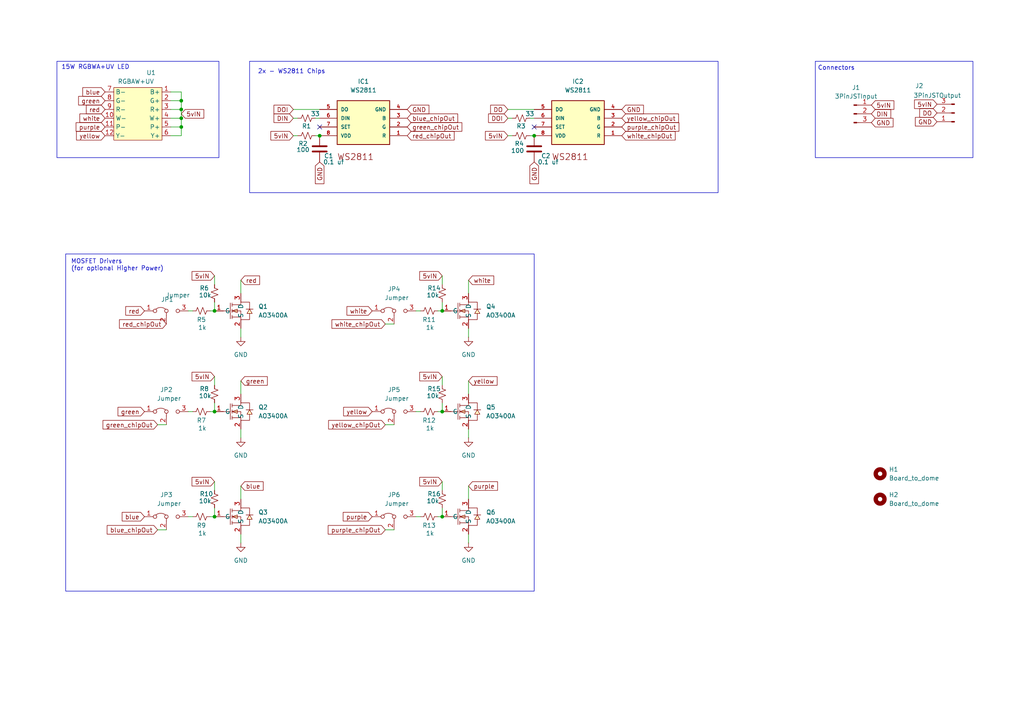
<source format=kicad_sch>
(kicad_sch (version 20231120) (generator "eeschema") (generator_version "8.0")
  (paper "A4")
  (title_block (title "RGBWA+UV WS2811 LED test board") (date "2024-03-31") (rev "A") (company "freakylamps + freaughouse"))
  (lib_symbols
    (symbol "Connector:Conn_01x03_Male" (pin_names (offset 1.016) hide)
      (property "Reference" "J" (at 0 5.08 0))
      (property "Value" "Conn_01x03_Male" (at 0 -5.08 0))
      (symbol "Conn_01x03_Male_1_1"
        (polyline (pts (xy 1.27 -2.54) (xy 0.8636 -2.54)) (stroke (width 0.1524)))
        (polyline (pts (xy 1.27 0) (xy 0.8636 0)) (stroke (width 0.1524)))
        (polyline (pts (xy 1.27 2.54) (xy 0.8636 2.54)) (stroke (width 0.1524)))
        (rectangle (start 0.8636 -2.413) (end 0 -2.667) (stroke (width 0.1524)) (fill (type outline)))
        (rectangle (start 0.8636 0.127) (end 0 -0.127) (stroke (width 0.1524)) (fill (type outline)))
        (rectangle (start 0.8636 2.667) (end 0 2.413) (stroke (width 0.1524)) (fill (type outline)))
        (pin passive line (at 5.08 2.54 180) (length 3.81) (name "Pin_1") (number "1"))
        (pin passive line (at 5.08 0 180) (length 3.81) (name "Pin_2") (number "2"))
        (pin passive line (at 5.08 -2.54 180) (length 3.81) (name "Pin_3") (number "3"))
      )
    )
    (symbol "Device:C" (pin_numbers hide) (pin_names (offset 0.254))
      (property "Reference" "C" (at 0.635 2.54 0))
      (property "Value" "C" (at 0.635 -2.54 0))
      (symbol "C_0_1"
        (polyline (pts (xy -2.032 -0.762) (xy 2.032 -0.762)) (stroke (width 0.508)))
        (polyline (pts (xy -2.032 0.762) (xy 2.032 0.762)) (stroke (width 0.508)))
      )
      (symbol "C_1_1"
        (pin passive line (at 0 3.81 270) (length 2.794) (name "~") (number "1"))
        (pin passive line (at 0 -3.81 90) (length 2.794) (name "~") (number "2"))
      )
    )
    (symbol "Device:R_Small_US" (pin_numbers hide) (pin_names (offset 0.254) hide)
      (property "Reference" "R" (at 0.762 0.508 0))
      (property "Value" "R_Small_US" (at 0.762 -1.016 0))
      (symbol "R_Small_US_1_1"
        (polyline (pts (xy 0 0) (xy 1.016 -0.381) (xy 0 -0.762) (xy -1.016 -1.143) (xy 0 -1.524)))
        (polyline (pts (xy 0 1.524) (xy 1.016 1.143) (xy 0 0.762) (xy -1.016 0.381) (xy 0 0)))
        (pin passive line (at 0 2.54 270) (length 1.016) (name "~") (number "1"))
        (pin passive line (at 0 -2.54 90) (length 1.016) (name "~") (number "2"))
      )
    )
    (symbol "Jumper:Jumper_3_Bridged12" (pin_names (offset 0) hide)
      (property "Reference" "JP" (at -2.54 -2.54 0))
      (property "Value" "Jumper_3_Bridged12" (at 0 2.794 0))
      (symbol "Jumper_3_Bridged12_0_0"
        (circle (center -3.302 0) (radius 0.508))
        (circle (center 0 0) (radius 0.508))
        (circle (center 3.302 0) (radius 0.508))
      )
      (symbol "Jumper_3_Bridged12_0_1"
        (arc (start -0.254 0.508) (mid -1.651 0.9912) (end -3.048 0.508))
        (polyline (pts (xy 0 -1.27) (xy 0 -0.508)))
      )
      (symbol "Jumper_3_Bridged12_1_1"
        (pin passive line (at -6.35 0 0) (length 2.54) (name "A") (number "1"))
        (pin passive line (at 0 -3.81 90) (length 2.54) (name "C") (number "2"))
        (pin passive line (at 6.35 0 180) (length 2.54) (name "B") (number "3"))
      )
    )
    (symbol "Mechanical:MountingHole" (pin_names (offset 1.016))
      (property "Reference" "H" (at 0 5.08 0))
      (property "Value" "MountingHole" (at 0 3.175 0))
      (symbol "MountingHole_0_1"
        (circle (center 0 0) (radius 1.27) (stroke (width 1.27)))
      )
    )
    (symbol "RGBAW+UV_1"
      (property "Reference" "U1" (at 5.7149 15.748 90))
      (property "Value" "RGBAW+UV" (at 8.2549 15.748 90))
      (symbol "RGBAW+UV_1_0_1"
        (rectangle (start -13.97 1.27) (end 0 -13.97) (fill (type background)))
      )
      (symbol "RGBAW+UV_1_1_1"
        (pin input line (at 2.54 0 180) (length 2.54) (name "B+") (number "1"))
        (pin input line (at -16.51 -7.62 0) (length 2.54) (name "W-") (number "10"))
        (pin input line (at -16.51 -10.16 0) (length 2.54) (name "P-") (number "11"))
        (pin input line (at -16.51 -12.7 0) (length 2.54) (name "Y-") (number "12"))
        (pin input line (at 2.54 -2.54 180) (length 2.54) (name "G+") (number "2"))
        (pin input line (at 2.54 -5.08 180) (length 2.54) (name "R+") (number "3"))
        (pin input line (at 2.54 -7.62 180) (length 2.54) (name "W+") (number "4"))
        (pin input line (at 2.54 -10.16 180) (length 2.54) (name "P+") (number "5"))
        (pin input line (at 2.54 -12.7 180) (length 2.54) (name "Y+") (number "6"))
        (pin input line (at -16.51 0 0) (length 2.54) (name "B-") (number "7"))
        (pin input line (at -16.51 -2.54 0) (length 2.54) (name "G-") (number "8"))
        (pin input line (at -16.51 -5.08 0) (length 2.54) (name "R-") (number "9"))
      )
    )
    (symbol "WS2811:WS2811" (pin_names (offset 1.016))
      (property "Reference" "IC" (at -7.62 -7.62 0))
      (property "Value" "WS2811" (at 0 0 0))
      (symbol "WS2811_0_0"
        (rectangle (start -7.62 -5.08) (end 7.62 7.62) (stroke (width 0.254)) (fill (type background)))
        (text "WS2811" (at 7.62 10.16 0) (effects (font (size 1.778 1.778)) (justify right top)))
        (pin open_collector line (at -12.7 5.08 0) (length 5.08) (name "R") (number "1"))
        (pin open_collector line (at -12.7 2.54 0) (length 5.08) (name "G") (number "2"))
        (pin open_collector line (at -12.7 0 0) (length 5.08) (name "B") (number "3"))
        (pin power_in line (at -12.7 -2.54 0) (length 5.08) (name "GND") (number "4"))
        (pin output line (at 12.7 -2.54 180) (length 5.08) (name "DO") (number "5"))
        (pin input line (at 12.7 0 180) (length 5.08) (name "DIN") (number "6"))
        (pin input line (at 12.7 2.54 180) (length 5.08) (name "SET") (number "7"))
        (pin power_in line (at 12.7 5.08 180) (length 5.08) (name "VDD") (number "8"))
      )
    )
    (symbol "easyeda2kicad:AO3400A"
      (property "Reference" "Q" (at 0 10.16 0))
      (property "Value" "AO3400A" (at 0 -10.16 0))
      (symbol "AO3400A_0_1"
        (polyline (pts (xy -2.54 0) (xy -0.51 0)))
        (polyline (pts (xy -0.51 2.29) (xy -0.51 -2.29)))
        (polyline (pts (xy 0 -2.29) (xy 0 -1.27)))
        (polyline (pts (xy 0 -0.51) (xy 0 0.51)))
        (polyline (pts (xy 0 2.29) (xy 0 1.27)))
        (polyline (pts (xy 2.54 -1.78) (xy 0 -1.78)))
        (polyline (pts (xy 0 0) (xy 1.52 -0.51) (xy 1.52 0.51) (xy 0 0)) (fill (type background)))
        (polyline (pts (xy 5.08 0.51) (xy 4.32 -0.76) (xy 5.84 -0.76) (xy 5.08 0.51)) (fill (type background)))
        (polyline (pts (xy 6.1 0.51) (xy 5.59 0.51) (xy 4.57 0.51) (xy 4.06 0.51)))
        (polyline (pts (xy 0 0) (xy 2.54 0) (xy 2.54 -2.54) (xy 5.08 -2.54) (xy 5.08 -0.76)))
        (polyline (pts (xy 0 1.78) (xy 2.54 1.78) (xy 2.54 2.54) (xy 5.08 2.54) (xy 5.08 0.51)))
        (pin unspecified line (at -5.08 0 0) (length 2.54) (name "G") (number "1"))
        (pin unspecified line (at 2.54 -5.08 90) (length 2.54) (name "S") (number "2"))
        (pin unspecified line (at 2.54 5.08 270) (length 2.54) (name "D") (number "3"))
      )
    )
    (symbol "power:GND" (power) (pin_numbers hide) (pin_names (offset 0) hide)
      (property "Value" "GND" (at 0 -3.81 0))
      (symbol "GND_0_1"
        (polyline (pts (xy 0 0) (xy 0 -1.27) (xy 1.27 -1.27) (xy 0 -2.54) (xy -1.27 -1.27) (xy 0 -1.27)))
      )
      (symbol "GND_1_1"
        (pin power_in line (at 0 0 270) (length 0) (name "~") (number "1"))
      )
    )
  )
  (junction (at 52.578 34.29))
  (junction (at 154.94 39.37))
  (junction (at 52.578 29.21))
  (junction (at 92.71 39.37))
  (junction (at 128.27 119.38))
  (junction (at 128.27 149.86))
  (junction (at 52.578 31.75))
  (junction (at 62.23 90.17))
  (junction (at 62.23 119.38))
  (junction (at 128.27 90.17))
  (junction (at 62.23 149.86))
  (junction (at 52.578 36.83))
  (no_connect (at 154.94 36.83))
  (no_connect (at 92.71 36.83))
  (wire (pts (xy 128.27 147.32) (xy 128.27 149.86)))
  (wire (pts (xy 85.09 39.37) (xy 86.36 39.37)))
  (wire (pts (xy 147.32 34.29) (xy 148.59 34.29)))
  (wire (pts (xy 153.67 39.37) (xy 154.94 39.37)))
  (wire (pts (xy 128.27 139.7) (xy 128.27 142.24)))
  (wire (pts (xy 135.89 154.94) (xy 135.89 157.48)))
  (wire (pts (xy 52.578 36.83) (xy 52.578 39.37)))
  (wire (pts (xy 120.65 149.86) (xy 121.92 149.86)))
  (wire (pts (xy 60.96 90.17) (xy 62.23 90.17)))
  (wire (pts (xy 91.44 34.29) (xy 92.71 34.29)))
  (wire (pts (xy 135.89 81.28) (xy 135.89 85.09)))
  (wire (pts (xy 49.53 26.67) (xy 52.578 26.67)))
  (wire (pts (xy 52.578 26.67) (xy 52.578 29.21)))
  (wire (pts (xy 52.578 36.83) (xy 49.53 36.83)))
  (wire (pts (xy 62.23 116.84) (xy 62.23 119.38)))
  (wire (pts (xy 69.85 154.94) (xy 69.85 157.48)))
  (wire (pts (xy 69.85 110.49) (xy 69.85 114.3)))
  (wire (pts (xy 52.578 34.29) (xy 52.578 36.83)))
  (wire (pts (xy 52.578 29.21) (xy 52.578 31.75)))
  (wire (pts (xy 147.32 39.37) (xy 148.59 39.37)))
  (wire (pts (xy 69.85 124.46) (xy 69.85 127)))
  (wire (pts (xy 120.65 119.38) (xy 121.92 119.38)))
  (wire (pts (xy 52.578 31.75) (xy 52.578 34.29)))
  (wire (pts (xy 69.85 81.28) (xy 69.85 85.09)))
  (wire (pts (xy 62.23 147.32) (xy 62.23 149.86)))
  (wire (pts (xy 54.61 119.38) (xy 55.88 119.38)))
  (wire (pts (xy 69.85 140.97) (xy 69.85 144.78)))
  (wire (pts (xy 69.85 95.25) (xy 69.85 97.79)))
  (wire (pts (xy 135.89 95.25) (xy 135.89 97.79)))
  (wire (pts (xy 62.23 80.01) (xy 62.23 82.55)))
  (wire (pts (xy 62.23 87.63) (xy 62.23 90.17)))
  (wire (pts (xy 49.53 29.21) (xy 52.578 29.21)))
  (wire (pts (xy 127 119.38) (xy 128.27 119.38)))
  (wire (pts (xy 85.09 34.29) (xy 86.36 34.29)))
  (wire (pts (xy 52.578 31.75) (xy 49.53 31.75)))
  (wire (pts (xy 60.96 149.86) (xy 62.23 149.86)))
  (wire (pts (xy 54.61 149.86) (xy 55.88 149.86)))
  (wire (pts (xy 111.76 93.98) (xy 114.3 93.98)))
  (wire (pts (xy 127 90.17) (xy 128.27 90.17)))
  (wire (pts (xy 85.09 31.75) (xy 92.71 31.75)))
  (wire (pts (xy 127 149.86) (xy 128.27 149.86)))
  (wire (pts (xy 120.65 90.17) (xy 121.92 90.17)))
  (wire (pts (xy 60.96 119.38) (xy 62.23 119.38)))
  (wire (pts (xy 111.76 123.19) (xy 114.3 123.19)))
  (wire (pts (xy 91.44 39.37) (xy 92.71 39.37)))
  (wire (pts (xy 128.27 87.63) (xy 128.27 90.17)))
  (wire (pts (xy 128.27 80.01) (xy 128.27 82.55)))
  (wire (pts (xy 147.32 31.75) (xy 154.94 31.75)))
  (wire (pts (xy 62.23 109.22) (xy 62.23 111.76)))
  (wire (pts (xy 62.23 139.7) (xy 62.23 142.24)))
  (wire (pts (xy 111.76 153.67) (xy 114.3 153.67)))
  (wire (pts (xy 135.89 140.97) (xy 135.89 144.78)))
  (wire (pts (xy 135.89 110.49) (xy 135.89 114.3)))
  (wire (pts (xy 128.27 116.84) (xy 128.27 119.38)))
  (wire (pts (xy 128.27 109.22) (xy 128.27 111.76)))
  (wire (pts (xy 135.89 124.46) (xy 135.89 127)))
  (wire (pts (xy 45.72 123.19) (xy 48.26 123.19)))
  (wire (pts (xy 153.67 34.29) (xy 154.94 34.29)))
  (wire (pts (xy 54.61 90.17) (xy 55.88 90.17)))
  (wire (pts (xy 45.72 153.67) (xy 48.26 153.67)))
  (wire (pts (xy 52.578 34.29) (xy 49.53 34.29)))
  (wire (pts (xy 49.53 39.37) (xy 52.578 39.37)))
  (rectangle (start 19.05 73.66) (end 154.94 171.45))
  (rectangle (start 16.51 17.78) (end 63.5 45.72))
  (rectangle (start 236.474 17.78) (end 282.194 45.72))
  (rectangle (start 72.39 17.78) (end 208.28 55.88))
  (text "15W RGBWA+UV LED" (at 27.686 19.558 0) (effects (font (size 1.27 1.27))))
  (text "Connectors" (at 242.57 19.812 0) (effects (font (size 1.27 1.27))))
  (text "MOSFET Drivers \n(for optional Higher Power)" (at 20.574 76.962 0) (effects (font (size 1.27 1.27)) (justify left)))
  (text "2x - WS2811 Chips" (at 84.582 20.828 0) (effects (font (size 1.27 1.27))))
  (global_label "5vIN" (shape input) (at 128.27 109.22 180) (property "Intersheetrefs" "${INTERSHEET_REFS}" (effects (hide yes))))
  (global_label "5vIN" (shape input) (at 62.23 80.01 180) (property "Intersheetrefs" "${INTERSHEET_REFS}" (effects (hide yes))))
  (global_label "5vIN" (shape input) (at 271.78 30.226 180) (property "Intersheetrefs" "${INTERSHEET_REFS}" (effects (hide yes))))
  (global_label "5vIN" (shape input) (at 128.27 139.7 180) (property "Intersheetrefs" "${INTERSHEET_REFS}" (effects (hide yes))))
  (global_label "green" (shape input) (at 69.85 110.49 0) (property "Intersheetrefs" "${INTERSHEET_REFS}" (effects (hide yes))))
  (global_label "purple_chipOut" (shape input) (at 111.76 153.67 180) (property "Intersheetrefs" "${INTERSHEET_REFS}" (effects (hide yes))))
  (global_label "DO" (shape input) (at 271.78 32.766 180) (property "Intersheetrefs" "${INTERSHEET_REFS}" (effects (hide yes))))
  (global_label "red" (shape input) (at 69.85 81.28 0) (property "Intersheetrefs" "${INTERSHEET_REFS}" (effects (hide yes))))
  (global_label "GND" (shape input) (at 271.78 35.306 180) (property "Intersheetrefs" "${INTERSHEET_REFS}" (effects (hide yes))))
  (global_label "GND" (shape input) (at 118.11 31.75 0) (property "Intersheetrefs" "${INTERSHEET_REFS}" (effects (hide yes))))
  (global_label "red" (shape input) (at 41.91 90.17 180) (property "Intersheetrefs" "${INTERSHEET_REFS}" (effects (hide yes))))
  (global_label "yellow_chipOut" (shape input) (at 180.34 34.29 0) (property "Intersheetrefs" "${INTERSHEET_REFS}" (effects (hide yes))))
  (global_label "blue_chipOut" (shape input) (at 118.11 34.29 0) (property "Intersheetrefs" "${INTERSHEET_REFS}" (effects (hide yes))))
  (global_label "yellow_chipOut" (shape input) (at 111.76 123.19 180) (property "Intersheetrefs" "${INTERSHEET_REFS}" (effects (hide yes))))
  (global_label "5vIN" (shape input) (at 62.23 109.22 180) (property "Intersheetrefs" "${INTERSHEET_REFS}" (effects (hide yes))))
  (global_label "DO" (shape input) (at 147.32 31.75 180) (property "Intersheetrefs" "${INTERSHEET_REFS}" (effects (hide yes))))
  (global_label "5vIN" (shape input) (at 128.27 80.01 180) (property "Intersheetrefs" "${INTERSHEET_REFS}" (effects (hide yes))))
  (global_label "DIN" (shape input) (at 252.73 33.02 0) (property "Intersheetrefs" "${INTERSHEET_REFS}" (effects (hide yes))))
  (global_label "5vIN" (shape input) (at 147.32 39.37 180) (property "Intersheetrefs" "${INTERSHEET_REFS}" (effects (hide yes))))
  (global_label "5vIN" (shape input) (at 252.73 30.48 0) (property "Intersheetrefs" "${INTERSHEET_REFS}" (effects (hide yes))))
  (global_label "yellow" (shape input) (at 107.95 119.38 180) (property "Intersheetrefs" "${INTERSHEET_REFS}" (effects (hide yes))))
  (global_label "5vIN" (shape input) (at 62.23 139.7 180) (property "Intersheetrefs" "${INTERSHEET_REFS}" (effects (hide yes))))
  (global_label "5vIN" (shape input) (at 52.578 33.02 0) (property "Intersheetrefs" "${INTERSHEET_REFS}" (effects (hide yes))))
  (global_label "red_chipOut" (shape input) (at 118.11 39.37 0) (property "Intersheetrefs" "${INTERSHEET_REFS}" (effects (hide yes))))
  (global_label "green" (shape input) (at 30.48 29.21 180) (property "Intersheetrefs" "${INTERSHEET_REFS}" (effects (hide yes))))
  (global_label "blue" (shape input) (at 30.48 26.67 180) (property "Intersheetrefs" "${INTERSHEET_REFS}" (effects (hide yes))))
  (global_label "yellow" (shape input) (at 30.48 39.37 180) (property "Intersheetrefs" "${INTERSHEET_REFS}" (effects (hide yes))))
  (global_label "white" (shape input) (at 30.48 34.29 180) (property "Intersheetrefs" "${INTERSHEET_REFS}" (effects (hide yes))))
  (global_label "purple" (shape input) (at 107.95 149.86 180) (property "Intersheetrefs" "${INTERSHEET_REFS}" (effects (hide yes))))
  (global_label "blue_chipOut" (shape input) (at 45.72 153.67 180) (property "Intersheetrefs" "${INTERSHEET_REFS}" (effects (hide yes))))
  (global_label "white" (shape input) (at 135.89 81.28 0) (property "Intersheetrefs" "${INTERSHEET_REFS}" (effects (hide yes))))
  (global_label "blue" (shape input) (at 41.91 149.86 180) (property "Intersheetrefs" "${INTERSHEET_REFS}" (effects (hide yes))))
  (global_label "green_chipOut" (shape input) (at 45.72 123.19 180) (property "Intersheetrefs" "${INTERSHEET_REFS}" (effects (hide yes))))
  (global_label "GND" (shape input) (at 154.94 46.99 270) (property "Intersheetrefs" "${INTERSHEET_REFS}" (effects (hide yes))))
  (global_label "DIN" (shape input) (at 85.09 34.29 180) (property "Intersheetrefs" "${INTERSHEET_REFS}" (effects (hide yes))))
  (global_label "white_chipOut" (shape input) (at 111.76 93.98 180) (property "Intersheetrefs" "${INTERSHEET_REFS}" (effects (hide yes))))
  (global_label "red" (shape input) (at 30.48 31.75 180) (property "Intersheetrefs" "${INTERSHEET_REFS}" (effects (hide yes))))
  (global_label "DOI" (shape input) (at 85.09 31.75 180) (property "Intersheetrefs" "${INTERSHEET_REFS}" (effects (hide yes))))
  (global_label "blue" (shape input) (at 69.85 140.97 0) (property "Intersheetrefs" "${INTERSHEET_REFS}" (effects (hide yes))))
  (global_label "5vIN" (shape input) (at 85.09 39.37 180) (property "Intersheetrefs" "${INTERSHEET_REFS}" (effects (hide yes))))
  (global_label "white_chipOut" (shape input) (at 180.34 39.37 0) (property "Intersheetrefs" "${INTERSHEET_REFS}" (effects (hide yes))))
  (global_label "purple" (shape input) (at 30.48 36.83 180) (property "Intersheetrefs" "${INTERSHEET_REFS}" (effects (hide yes))))
  (global_label "purple" (shape input) (at 135.89 140.97 0) (property "Intersheetrefs" "${INTERSHEET_REFS}" (effects (hide yes))))
  (global_label "purple_chipOut" (shape input) (at 180.34 36.83 0) (property "Intersheetrefs" "${INTERSHEET_REFS}" (effects (hide yes))))
  (global_label "red_chipOut" (shape input) (at 48.26 93.98 180) (property "Intersheetrefs" "${INTERSHEET_REFS}" (effects (hide yes))))
  (global_label "white" (shape input) (at 107.95 90.17 180) (property "Intersheetrefs" "${INTERSHEET_REFS}" (effects (hide yes))))
  (global_label "GND" (shape input) (at 92.71 46.99 270) (property "Intersheetrefs" "${INTERSHEET_REFS}" (effects (hide yes))))
  (global_label "yellow" (shape input) (at 135.89 110.49 0) (property "Intersheetrefs" "${INTERSHEET_REFS}" (effects (hide yes))))
  (global_label "GND" (shape input) (at 180.34 31.75 0) (property "Intersheetrefs" "${INTERSHEET_REFS}" (effects (hide yes))))
  (global_label "green_chipOut" (shape input) (at 118.11 36.83 0) (property "Intersheetrefs" "${INTERSHEET_REFS}" (effects (hide yes))))
  (global_label "GND" (shape input) (at 252.73 35.56 0) (property "Intersheetrefs" "${INTERSHEET_REFS}" (effects (hide yes))))
  (global_label "DOI" (shape input) (at 147.32 34.29 180) (property "Intersheetrefs" "${INTERSHEET_REFS}" (effects (hide yes))))
  (global_label "green" (shape input) (at 41.91 119.38 180) (property "Intersheetrefs" "${INTERSHEET_REFS}" (effects (hide yes))))
  (symbol (lib_id "easyeda2kicad:AO3400A") (at 133.35 90.17 0) (unit 1)
    (property "Reference" "Q4" (at 140.97 88.8999 0) (effects (justify left)))
    (property "Value" "AO3400A" (at 140.97 91.4399 0) (effects (justify left)))
    (property "Footprint" "easyeda2kicad:SOT-23-3_L2.9-W1.6-P1.90-LS2.8-BR" (effects (hide yes)))
    (property "Datasheet" "https://lcsc.com/product-detail/MOSFET_AOS_AO3400A_AO3400A_C20917.html" (effects (hide yes)))
    (property "LCSC Part" "C20917" (effects (hide yes)))
  )
  (symbol (lib_id "Jumper:Jumper_3_Bridged12") (at 48.26 149.86 0) (unit 1)
    (property "Reference" "JP3" (at 48.26 143.51 0))
    (property "Value" "Jumper" (at 49.022 146.05 0))
    (property "Footprint" "Connector_PinHeader_2.54mm:PinHeader_1x03_P2.54mm_Vertical" (effects (hide yes)))
    (property "Description" "Jumper, 3-pole, pins 1+2 closed/bridged" (effects (hide yes)))
  )
  (symbol (lib_id "Device:R_Small_US") (at 58.42 119.38 90) (unit 1)
    (property "Reference" "R7" (at 58.42 121.92 90))
    (property "Value" "1k" (at 58.674 124.206 90))
    (property "Footprint" "Resistor_SMD:R_0603_1608Metric" (effects (hide yes)))
    (property "Description" "Resistor, small US symbol" (effects (hide yes)))
  )
  (symbol (lib_id "power:GND") (at 135.89 157.48 0) (unit 1)
    (property "Reference" "#PWR06" (effects (hide yes)))
    (property "Value" "GND" (at 135.89 162.56 0))
    (property "Description" "Power symbol creates a global label with name \"GND\" , ground" (effects (hide yes)))
  )
  (symbol (lib_id "Jumper:Jumper_3_Bridged12") (at 114.3 119.38 0) (unit 1)
    (property "Reference" "JP5" (at 114.3 113.03 0))
    (property "Value" "Jumper" (at 115.062 115.57 0))
    (property "Footprint" "Connector_PinHeader_2.54mm:PinHeader_1x03_P2.54mm_Vertical" (effects (hide yes)))
    (property "Description" "Jumper, 3-pole, pins 1+2 closed/bridged" (effects (hide yes)))
  )
  (symbol (lib_id "Device:R_Small_US") (at 62.23 85.09 0) (unit 1)
    (property "Reference" "R6" (at 57.912 83.566 0) (effects (justify left)))
    (property "Value" "10k" (at 57.658 85.598 0) (effects (justify left)))
    (property "Footprint" "Resistor_SMD:R_0603_1608Metric" (effects (hide yes)))
    (property "Description" "Resistor, small US symbol" (effects (hide yes)))
  )
  (symbol (lib_id "Device:R_Small_US") (at 128.27 85.09 0) (unit 1)
    (property "Reference" "R14" (at 123.952 83.566 0) (effects (justify left)))
    (property "Value" "10k" (at 123.698 85.598 0) (effects (justify left)))
    (property "Footprint" "Resistor_SMD:R_0603_1608Metric" (effects (hide yes)))
    (property "Description" "Resistor, small US symbol" (effects (hide yes)))
  )
  (symbol (lib_id "Device:R_Small_US") (at 124.46 119.38 90) (unit 1)
    (property "Reference" "R12" (at 124.46 121.92 90))
    (property "Value" "1k" (at 124.714 124.206 90))
    (property "Footprint" "Resistor_SMD:R_0603_1608Metric" (effects (hide yes)))
    (property "Description" "Resistor, small US symbol" (effects (hide yes)))
  )
  (symbol (lib_id "Connector:Conn_01x03_Male") (at 276.86 32.766 180) (unit 1)
    (property "Reference" "J2" (at 265.43 24.892 0) (effects (justify right)))
    (property "Value" "3PinJSTOutput" (at 264.922 27.686 0) (effects (justify right)))
    (property "Footprint" "Connector_JST:JST_EH_B3B-EH-A_1x03_P2.50mm_Vertical" (effects (hide yes)))
  )
  (symbol (lib_id "Device:C") (at 92.71 43.18 0) (unit 1)
    (property "Reference" "C1" (at 93.98 45.212 0) (effects (justify left)))
    (property "Value" "0.1 uf" (at 93.726 46.99 0) (effects (justify left)))
    (property "Footprint" "Capacitor_SMD:C_0603_1608Metric" (effects (hide yes)))
  )
  (symbol (lib_id "power:GND") (at 69.85 97.79 0) (unit 1)
    (property "Reference" "#PWR01" (effects (hide yes)))
    (property "Value" "GND" (at 69.85 102.87 0))
    (property "Description" "Power symbol creates a global label with name \"GND\" , ground" (effects (hide yes)))
  )
  (symbol (lib_id "Jumper:Jumper_3_Bridged12") (at 114.3 90.17 0) (unit 1)
    (property "Reference" "JP4" (at 114.3 83.82 0))
    (property "Value" "Jumper" (at 115.062 86.36 0))
    (property "Footprint" "Connector_PinHeader_2.54mm:PinHeader_1x03_P2.54mm_Vertical" (effects (hide yes)))
    (property "Description" "Jumper, 3-pole, pins 1+2 closed/bridged" (effects (hide yes)))
  )
  (symbol (lib_id "easyeda2kicad:AO3400A") (at 133.35 149.86 0) (unit 1)
    (property "Reference" "Q6" (at 140.97 148.5899 0) (effects (justify left)))
    (property "Value" "AO3400A" (at 140.97 151.1299 0) (effects (justify left)))
    (property "Footprint" "easyeda2kicad:SOT-23-3_L2.9-W1.6-P1.90-LS2.8-BR" (effects (hide yes)))
    (property "Datasheet" "https://lcsc.com/product-detail/MOSFET_AOS_AO3400A_AO3400A_C20917.html" (effects (hide yes)))
    (property "LCSC Part" "C20917" (effects (hide yes)))
  )
  (symbol (lib_id "Connector:Conn_01x03_Male") (at 247.65 33.02 0) (unit 1)
    (property "Reference" "J1" (at 248.285 25.4 0))
    (property "Value" "3PinJSTInput" (at 248.285 27.94 0))
    (property "Footprint" "Connector_JST:JST_EH_B3B-EH-A_1x03_P2.50mm_Vertical" (effects (hide yes)))
  )
  (symbol (lib_id "Device:R_Small_US") (at 128.27 114.3 0) (unit 1)
    (property "Reference" "R15" (at 123.952 112.776 0) (effects (justify left)))
    (property "Value" "10k" (at 123.698 114.808 0) (effects (justify left)))
    (property "Footprint" "Resistor_SMD:R_0603_1608Metric" (effects (hide yes)))
    (property "Description" "Resistor, small US symbol" (effects (hide yes)))
  )
  (symbol (lib_id "WS2811:WS2811") (at 105.41 34.29 180) (unit 1)
    (property "Reference" "IC1" (at 105.41 23.622 0))
    (property "Value" "WS2811" (at 105.41 26.162 0))
    (property "Footprint" "WS2811:SO08-SKINNYPADS" (effects (hide yes)))
    (property "Description" "\nIC: driver; LED controller; MSOP8; 6÷7VDC; PWM; WS28XX\n" (effects (hide yes)))
    (property "MF" "Adafruit" (effects (hide yes)))
    (property "Package" "None" (effects (hide yes)))
    (property "Price" "None" (effects (hide yes)))
    (property "SnapEDA_Link" "https://www.snapeda.com/parts/WS2811/Adafruit+Industries/view-part/?ref=snap" (effects (hide yes)))
    (property "MP" "WS2811" (effects (hide yes)))
    (property "Availability" "Not in stock" (effects (hide yes)))
    (property "Check_prices" "https://www.snapeda.com/parts/WS2811/Adafruit+Industries/view-part/?ref=eda" (effects (hide yes)))
  )
  (symbol (lib_id "Device:R_Small_US") (at 88.9 34.29 90) (unit 1)
    (property "Reference" "R1" (at 88.9 36.576 90))
    (property "Value" "33" (at 91.44 33.02 90))
    (property "Footprint" "Resistor_SMD:R_0603_1608Metric" (effects (hide yes)))
    (property "Description" "Resistor, small US symbol" (effects (hide yes)))
  )
  (symbol (lib_id "Device:R_Small_US") (at 124.46 149.86 90) (unit 1)
    (property "Reference" "R13" (at 124.46 152.4 90))
    (property "Value" "1k" (at 124.714 154.686 90))
    (property "Footprint" "Resistor_SMD:R_0603_1608Metric" (effects (hide yes)))
    (property "Description" "Resistor, small US symbol" (effects (hide yes)))
  )
  (symbol (lib_id "Device:R_Small_US") (at 151.13 39.37 90) (unit 1)
    (property "Reference" "R4" (at 150.622 41.656 90))
    (property "Value" "100" (at 150.114 43.688 90))
    (property "Footprint" "Resistor_SMD:R_0603_1608Metric" (effects (hide yes)))
    (property "Description" "Resistor, small US symbol" (effects (hide yes)))
  )
  (symbol (lib_id "easyeda2kicad:AO3400A") (at 67.31 149.86 0) (unit 1)
    (property "Reference" "Q3" (at 74.93 148.5899 0) (effects (justify left)))
    (property "Value" "AO3400A" (at 74.93 151.1299 0) (effects (justify left)))
    (property "Footprint" "easyeda2kicad:SOT-23-3_L2.9-W1.6-P1.90-LS2.8-BR" (effects (hide yes)))
    (property "Datasheet" "https://lcsc.com/product-detail/MOSFET_AOS_AO3400A_AO3400A_C20917.html" (effects (hide yes)))
    (property "LCSC Part" "C20917" (effects (hide yes)))
  )
  (symbol (lib_id "Jumper:Jumper_3_Bridged12") (at 114.3 149.86 0) (unit 1)
    (property "Reference" "JP6" (at 114.3 143.51 0))
    (property "Value" "Jumper" (at 115.062 146.05 0))
    (property "Footprint" "Connector_PinHeader_2.54mm:PinHeader_1x03_P2.54mm_Vertical" (effects (hide yes)))
    (property "Description" "Jumper, 3-pole, pins 1+2 closed/bridged" (effects (hide yes)))
  )
  (symbol (lib_id "Jumper:Jumper_3_Bridged12") (at 48.26 119.38 0) (unit 1)
    (property "Reference" "JP2" (at 48.26 113.03 0))
    (property "Value" "Jumper" (at 49.022 115.57 0))
    (property "Footprint" "Connector_PinHeader_2.54mm:PinHeader_1x03_P2.54mm_Vertical" (effects (hide yes)))
    (property "Description" "Jumper, 3-pole, pins 1+2 closed/bridged" (effects (hide yes)))
  )
  (symbol (lib_id "power:GND") (at 69.85 127 0) (unit 1)
    (property "Reference" "#PWR02" (effects (hide yes)))
    (property "Value" "GND" (at 69.85 132.08 0))
    (property "Description" "Power symbol creates a global label with name \"GND\" , ground" (effects (hide yes)))
  )
  (symbol (lib_id "easyeda2kicad:AO3400A") (at 133.35 119.38 0) (unit 1)
    (property "Reference" "Q5" (at 140.97 118.1099 0) (effects (justify left)))
    (property "Value" "AO3400A" (at 140.97 120.6499 0) (effects (justify left)))
    (property "Footprint" "easyeda2kicad:SOT-23-3_L2.9-W1.6-P1.90-LS2.8-BR" (effects (hide yes)))
    (property "Datasheet" "https://lcsc.com/product-detail/MOSFET_AOS_AO3400A_AO3400A_C20917.html" (effects (hide yes)))
    (property "LCSC Part" "C20917" (effects (hide yes)))
  )
  (symbol (lib_id "power:GND") (at 69.85 157.48 0) (unit 1)
    (property "Reference" "#PWR03" (effects (hide yes)))
    (property "Value" "GND" (at 69.85 162.56 0))
    (property "Description" "Power symbol creates a global label with name \"GND\" , ground" (effects (hide yes)))
  )
  (symbol (lib_id "Mechanical:MountingHole") (at 255.27 137.414 0) (unit 1)
    (property "Reference" "H1" (at 257.81 136.1439 0) (effects (justify left)))
    (property "Value" "Board_to_dome" (at 257.81 138.6839 0) (effects (justify left)))
    (property "Footprint" "MountingHole:MountingHole_2.2mm_M2" (effects (hide yes)))
  )
  (symbol (lib_id "Device:R_Small_US") (at 88.9 39.37 90) (unit 1)
    (property "Reference" "R2" (at 87.884 41.656 90))
    (property "Value" "100" (at 87.884 43.434 90))
    (property "Footprint" "Resistor_SMD:R_0603_1608Metric" (effects (hide yes)))
    (property "Description" "Resistor, small US symbol" (effects (hide yes)))
  )
  (symbol (lib_id "Mechanical:MountingHole") (at 255.27 144.78 0) (unit 1)
    (property "Reference" "H2" (at 257.81 143.5099 0) (effects (justify left)))
    (property "Value" "Board_to_dome" (at 257.81 146.0499 0) (effects (justify left)))
    (property "Footprint" "MountingHole:MountingHole_2.2mm_M2" (effects (hide yes)))
  )
  (symbol (lib_id "Device:R_Small_US") (at 62.23 114.3 0) (unit 1)
    (property "Reference" "R8" (at 57.912 112.776 0) (effects (justify left)))
    (property "Value" "10k" (at 57.658 114.808 0) (effects (justify left)))
    (property "Footprint" "Resistor_SMD:R_0603_1608Metric" (effects (hide yes)))
    (property "Description" "Resistor, small US symbol" (effects (hide yes)))
  )
  (symbol (lib_id "Device:R_Small_US") (at 151.13 34.29 90) (unit 1)
    (property "Reference" "R3" (at 151.13 36.576 90))
    (property "Value" "33" (at 153.67 33.02 90))
    (property "Footprint" "Resistor_SMD:R_0603_1608Metric" (effects (hide yes)))
    (property "Description" "Resistor, small US symbol" (effects (hide yes)))
  )
  (symbol (lib_id "Device:R_Small_US") (at 58.42 90.17 90) (unit 1)
    (property "Reference" "R5" (at 58.42 92.71 90))
    (property "Value" "1k" (at 58.674 94.996 90))
    (property "Footprint" "Resistor_SMD:R_0603_1608Metric" (effects (hide yes)))
    (property "Description" "Resistor, small US symbol" (effects (hide yes)))
  )
  (symbol (lib_id "easyeda2kicad:AO3400A") (at 67.31 119.38 0) (unit 1)
    (property "Reference" "Q2" (at 74.93 118.1099 0) (effects (justify left)))
    (property "Value" "AO3400A" (at 74.93 120.6499 0) (effects (justify left)))
    (property "Footprint" "easyeda2kicad:SOT-23-3_L2.9-W1.6-P1.90-LS2.8-BR" (effects (hide yes)))
    (property "Datasheet" "https://lcsc.com/product-detail/MOSFET_AOS_AO3400A_AO3400A_C20917.html" (effects (hide yes)))
    (property "LCSC Part" "C20917" (effects (hide yes)))
  )
  (symbol (lib_id "WS2811:WS2811") (at 167.64 34.29 180) (unit 1)
    (property "Reference" "IC2" (at 167.64 23.622 0))
    (property "Value" "WS2811" (at 167.64 26.162 0))
    (property "Footprint" "WS2811:SO08-SKINNYPADS" (effects (hide yes)))
    (property "Description" "\nIC: driver; LED controller; MSOP8; 6÷7VDC; PWM; WS28XX\n" (effects (hide yes)))
    (property "MF" "Adafruit" (effects (hide yes)))
    (property "Package" "None" (effects (hide yes)))
    (property "Price" "None" (effects (hide yes)))
    (property "SnapEDA_Link" "https://www.snapeda.com/parts/WS2811/Adafruit+Industries/view-part/?ref=snap" (effects (hide yes)))
    (property "MP" "WS2811" (effects (hide yes)))
    (property "Availability" "Not in stock" (effects (hide yes)))
    (property "Check_prices" "https://www.snapeda.com/parts/WS2811/Adafruit+Industries/view-part/?ref=eda" (effects (hide yes)))
  )
  (symbol (lib_id "easyeda2kicad:AO3400A") (at 67.31 90.17 0) (unit 1)
    (property "Reference" "Q1" (at 74.93 88.8999 0) (effects (justify left)))
    (property "Value" "AO3400A" (at 74.93 91.4399 0) (effects (justify left)))
    (property "Footprint" "easyeda2kicad:SOT-23-3_L2.9-W1.6-P1.90-LS2.8-BR" (effects (hide yes)))
    (property "Datasheet" "https://lcsc.com/product-detail/MOSFET_AOS_AO3400A_AO3400A_C20917.html" (effects (hide yes)))
    (property "LCSC Part" "C20917" (effects (hide yes)))
  )
  (symbol (lib_id "Device:R_Small_US") (at 58.42 149.86 90) (unit 1)
    (property "Reference" "R9" (at 58.42 152.4 90))
    (property "Value" "1k" (at 58.674 154.686 90))
    (property "Footprint" "Resistor_SMD:R_0603_1608Metric" (effects (hide yes)))
    (property "Description" "Resistor, small US symbol" (effects (hide yes)))
  )
  (symbol (lib_id "Device:R_Small_US") (at 62.23 144.78 0) (unit 1)
    (property "Reference" "R10" (at 57.912 143.256 0) (effects (justify left)))
    (property "Value" "10k" (at 57.658 145.288 0) (effects (justify left)))
    (property "Footprint" "Resistor_SMD:R_0603_1608Metric" (effects (hide yes)))
    (property "Description" "Resistor, small US symbol" (effects (hide yes)))
  )
  (symbol (lib_id "power:GND") (at 135.89 97.79 0) (unit 1)
    (property "Reference" "#PWR04" (effects (hide yes)))
    (property "Value" "GND" (at 135.89 102.87 0))
    (property "Description" "Power symbol creates a global label with name \"GND\" , ground" (effects (hide yes)))
  )
  (symbol (lib_id "Device:R_Small_US") (at 124.46 90.17 90) (unit 1)
    (property "Reference" "R11" (at 124.46 92.71 90))
    (property "Value" "1k" (at 124.714 94.996 90))
    (property "Footprint" "Resistor_SMD:R_0603_1608Metric" (effects (hide yes)))
    (property "Description" "Resistor, small US symbol" (effects (hide yes)))
  )
  (symbol (lib_id "power:GND") (at 135.89 127 0) (unit 1)
    (property "Reference" "#PWR05" (effects (hide yes)))
    (property "Value" "GND" (at 135.89 132.08 0))
    (property "Description" "Power symbol creates a global label with name \"GND\" , ground" (effects (hide yes)))
  )
  (symbol (lib_id "Device:R_Small_US") (at 128.27 144.78 0) (unit 1)
    (property "Reference" "R16" (at 123.952 143.256 0) (effects (justify left)))
    (property "Value" "10k" (at 123.698 145.288 0) (effects (justify left)))
    (property "Footprint" "Resistor_SMD:R_0603_1608Metric" (effects (hide yes)))
    (property "Description" "Resistor, small US symbol" (effects (hide yes)))
  )
  (symbol (lib_name "RGBAW+UV_1") (lib_id "LED:RGBAW+UV") (at 46.99 26.67 0) (unit 1)
    (property "Reference" "U1" (at 45.212 21.082 0) (effects (justify right)))
    (property "Value" "RGBAW+UV" (at 44.704 23.622 0) (effects (justify right)))
    (property "Footprint" "LED_SMD:RGBWA+UV" (effects (hide yes)))
  )
  (symbol (lib_id "Device:C") (at 154.94 43.18 0) (unit 1)
    (property "Reference" "C2" (at 156.972 45.212 0) (effects (justify left)))
    (property "Value" "0.1 uf" (at 155.956 46.99 0) (effects (justify left)))
    (property "Footprint" "Capacitor_SMD:C_0603_1608Metric" (effects (hide yes)))
  )
  (symbol (lib_id "Jumper:Jumper_3_Bridged12") (at 48.26 90.17 0) (unit 1)
    (property "Reference" "JP1" (at 48.514 86.868 0))
    (property "Value" "Jumper" (at 51.562 85.598 0))
    (property "Footprint" "Connector_PinHeader_2.54mm:PinHeader_1x03_P2.54mm_Vertical" (effects (hide yes)))
    (property "Description" "Jumper, 3-pole, pins 1+2 closed/bridged" (effects (hide yes)))
  )
)
</source>
